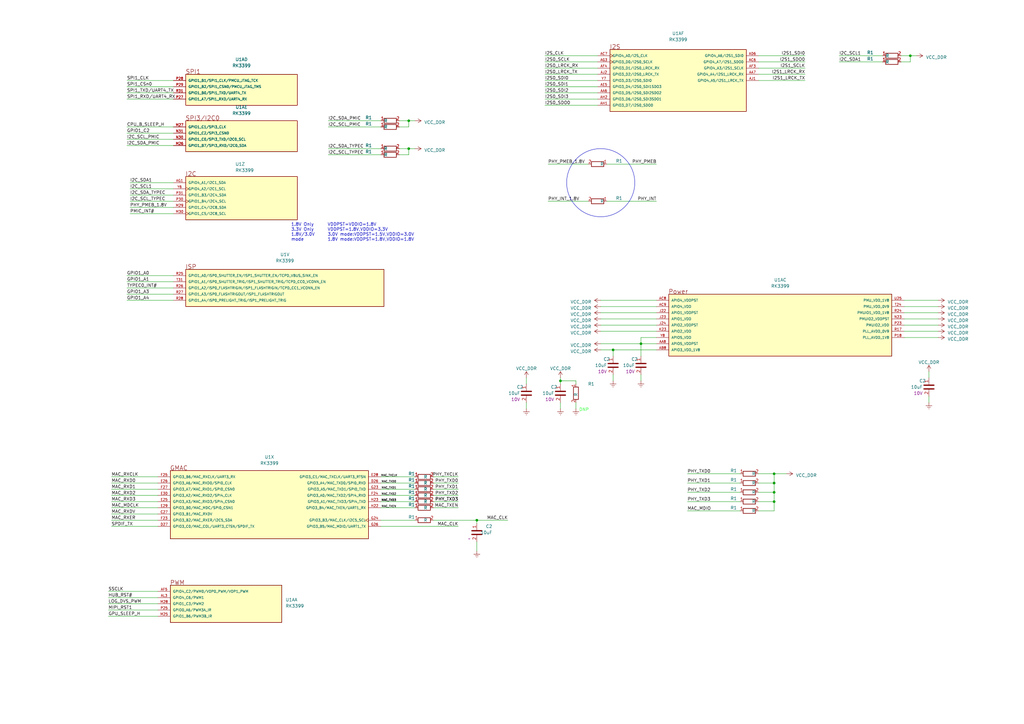
<source format=kicad_sch>
(kicad_sch (version 20220904) (generator eeschema)
  (paper "A3")
  (junction (at 317.5 201.93))
  (junction (at 195.58 213.36))
  (junction (at 251.46 143.51))
  (junction (at 317.5 205.74))
  (junction (at 317.5 198.12))
  (junction (at 167.64 49.53))
  (junction (at 373.38 22.86))
  (junction (at 167.64 60.96))
  (junction (at 262.89 140.97))
  (junction (at 317.5 194.31))
  (junction (at 229.87 156.21))
  (wire (pts (xy 248.92 67.31) (xy 269.24 67.31)))
  (wire (pts (xy 311.15 194.31) (xy 317.5 194.31)))
  (wire (pts (xy 44.45 252.73) (xy 64.77 252.73)))
  (wire (pts (xy 53.34 77.47) (xy 71.12 77.47)))
  (wire (pts (xy 246.38 133.35) (xy 269.24 133.35)))
  (wire (pts (xy 236.22 156.21) (xy 229.87 156.21)))
  (wire (pts (xy 384.81 130.81) (xy 370.84 130.81)))
  (wire (pts (xy 177.8 195.58) (xy 187.96 195.58)))
  (wire (pts (xy 167.64 63.5) (xy 167.64 60.96)))
  (wire (pts (xy 322.58 194.31) (xy 317.5 194.31)))
  (wire (pts (xy 375.92 22.86) (xy 373.38 22.86)))
  (wire (pts (xy 281.94 194.31) (xy 303.53 194.31)))
  (wire (pts (xy 229.87 154.94) (xy 229.87 156.21)))
  (wire (pts (xy 167.64 49.53) (xy 167.64 52.07)))
  (wire (pts (xy 330.2 30.48) (xy 311.15 30.48)))
  (wire (pts (xy 384.81 138.43) (xy 370.84 138.43)))
  (wire (pts (xy 330.2 27.94) (xy 311.15 27.94)))
  (wire (pts (xy 384.81 123.19) (xy 370.84 123.19)))
  (wire (pts (xy 223.52 40.64) (xy 245.11 40.64)))
  (wire (pts (xy 381 165.1) (xy 381 162.56)))
  (wire (pts (xy 262.89 140.97) (xy 262.89 146.05)))
  (wire (pts (xy 45.72 213.36) (xy 64.77 213.36)))
  (wire (pts (xy 52.07 52.07) (xy 71.12 52.07)))
  (wire (pts (xy 236.22 156.21) (xy 236.22 157.48)))
  (wire (pts (xy 52.07 33.02) (xy 71.12 33.02)))
  (wire (pts (xy 44.45 247.65) (xy 64.77 247.65)))
  (wire (pts (xy 224.79 67.31) (xy 241.3 67.31)))
  (wire (pts (xy 170.18 203.2) (xy 156.21 203.2)))
  (wire (pts (xy 223.52 27.94) (xy 245.11 27.94)))
  (wire (pts (xy 53.34 87.63) (xy 71.12 87.63)))
  (wire (pts (xy 44.45 245.11) (xy 64.77 245.11)))
  (wire (pts (xy 53.34 80.01) (xy 71.12 80.01)))
  (wire (pts (xy 156.21 208.28) (xy 170.18 208.28)))
  (wire (pts (xy 317.5 205.74) (xy 317.5 209.55)))
  (wire (pts (xy 246.38 128.27) (xy 269.24 128.27)))
  (wire (pts (xy 215.9 154.94) (xy 215.9 157.48)))
  (wire (pts (xy 317.5 205.74) (xy 311.15 205.74)))
  (wire (pts (xy 344.17 25.4) (xy 361.95 25.4)))
  (wire (pts (xy 177.8 208.28) (xy 187.96 208.28)))
  (wire (pts (xy 373.38 22.86) (xy 369.57 22.86)))
  (wire (pts (xy 156.21 200.66) (xy 170.18 200.66)))
  (wire (pts (xy 156.21 205.74) (xy 170.18 205.74)))
  (wire (pts (xy 163.83 60.96) (xy 167.64 60.96)))
  (wire (pts (xy 45.72 203.2) (xy 64.77 203.2)))
  (wire (pts (xy 52.07 120.65) (xy 71.12 120.65)))
  (wire (pts (xy 384.81 135.89) (xy 370.84 135.89)))
  (wire (pts (xy 44.45 242.57) (xy 64.77 242.57)))
  (wire (pts (xy 317.5 201.93) (xy 317.5 205.74)))
  (wire (pts (xy 44.45 250.19) (xy 64.77 250.19)))
  (wire (pts (xy 223.52 38.1) (xy 245.11 38.1)))
  (wire (pts (xy 246.38 135.89) (xy 269.24 135.89)))
  (wire (pts (xy 229.87 167.64) (xy 229.87 165.1)))
  (wire (pts (xy 52.07 40.64) (xy 71.12 40.64)))
  (wire (pts (xy 281.94 209.55) (xy 303.53 209.55)))
  (wire (pts (xy 156.21 213.36) (xy 170.18 213.36)))
  (wire (pts (xy 45.72 210.82) (xy 64.77 210.82)))
  (wire (pts (xy 52.07 113.03) (xy 71.12 113.03)))
  (wire (pts (xy 229.87 156.21) (xy 229.87 157.48)))
  (wire (pts (xy 262.89 140.97) (xy 269.24 140.97)))
  (wire (pts (xy 195.58 213.36) (xy 195.58 214.63)))
  (wire (pts (xy 187.96 215.9) (xy 156.21 215.9)))
  (wire (pts (xy 45.72 215.9) (xy 64.77 215.9)))
  (wire (pts (xy 248.92 82.55) (xy 269.24 82.55)))
  (wire (pts (xy 53.34 74.93) (xy 71.12 74.93)))
  (wire (pts (xy 195.58 213.36) (xy 208.28 213.36)))
  (wire (pts (xy 177.8 213.36) (xy 195.58 213.36)))
  (wire (pts (xy 52.07 38.1) (xy 71.12 38.1)))
  (wire (pts (xy 223.52 35.56) (xy 245.11 35.56)))
  (wire (pts (xy 317.5 198.12) (xy 317.5 201.93)))
  (wire (pts (xy 195.58 226.06) (xy 195.58 222.25)))
  (wire (pts (xy 45.72 208.28) (xy 64.77 208.28)))
  (wire (pts (xy 52.07 115.57) (xy 71.12 115.57)))
  (wire (pts (xy 384.81 133.35) (xy 370.84 133.35)))
  (wire (pts (xy 52.07 54.61) (xy 71.12 54.61)))
  (wire (pts (xy 317.5 209.55) (xy 311.15 209.55)))
  (wire (pts (xy 224.79 82.55) (xy 241.3 82.55)))
  (wire (pts (xy 167.64 49.53) (xy 163.83 49.53)))
  (wire (pts (xy 330.2 25.4) (xy 311.15 25.4)))
  (wire (pts (xy 251.46 143.51) (xy 251.46 146.05)))
  (wire (pts (xy 156.21 198.12) (xy 170.18 198.12)))
  (wire (pts (xy 269.24 138.43) (xy 262.89 138.43)))
  (wire (pts (xy 381 152.4) (xy 381 154.94)))
  (wire (pts (xy 262.89 138.43) (xy 262.89 140.97)))
  (wire (pts (xy 223.52 33.02) (xy 245.11 33.02)))
  (wire (pts (xy 167.64 60.96) (xy 170.18 60.96)))
  (wire (pts (xy 45.72 205.74) (xy 64.77 205.74)))
  (wire (pts (xy 163.83 63.5) (xy 167.64 63.5)))
  (wire (pts (xy 246.38 125.73) (xy 269.24 125.73)))
  (wire (pts (xy 384.81 128.27) (xy 370.84 128.27)))
  (wire (pts (xy 53.34 85.09) (xy 71.12 85.09)))
  (wire (pts (xy 373.38 25.4) (xy 369.57 25.4)))
  (wire (pts (xy 251.46 153.67) (xy 251.46 156.21)))
  (wire (pts (xy 134.62 60.96) (xy 156.21 60.96)))
  (wire (pts (xy 134.62 63.5) (xy 156.21 63.5)))
  (wire (pts (xy 246.38 143.51) (xy 251.46 143.51)))
  (wire (pts (xy 52.07 59.69) (xy 71.12 59.69)))
  (wire (pts (xy 187.96 203.2) (xy 177.8 203.2)))
  (wire (pts (xy 223.52 30.48) (xy 245.11 30.48)))
  (wire (pts (xy 344.17 22.86) (xy 361.95 22.86)))
  (wire (pts (xy 52.07 35.56) (xy 71.12 35.56)))
  (wire (pts (xy 223.52 43.18) (xy 245.11 43.18)))
  (wire (pts (xy 156.21 49.53) (xy 134.62 49.53)))
  (wire (pts (xy 236.22 167.64) (xy 236.22 165.1)))
  (wire (pts (xy 167.64 52.07) (xy 163.83 52.07)))
  (wire (pts (xy 170.18 49.53) (xy 167.64 49.53)))
  (wire (pts (xy 330.2 22.86) (xy 311.15 22.86)))
  (wire (pts (xy 223.52 22.86) (xy 245.11 22.86)))
  (wire (pts (xy 251.46 143.51) (xy 269.24 143.51)))
  (wire (pts (xy 384.81 125.73) (xy 370.84 125.73)))
  (wire (pts (xy 177.8 200.66) (xy 187.96 200.66)))
  (wire (pts (xy 52.07 118.11) (xy 71.12 118.11)))
  (wire (pts (xy 45.72 195.58) (xy 64.77 195.58)))
  (wire (pts (xy 52.07 57.15) (xy 71.12 57.15)))
  (wire (pts (xy 281.94 205.74) (xy 303.53 205.74)))
  (wire (pts (xy 45.72 198.12) (xy 64.77 198.12)))
  (wire (pts (xy 317.5 201.93) (xy 311.15 201.93)))
  (wire (pts (xy 246.38 123.19) (xy 269.24 123.19)))
  (wire (pts (xy 317.5 198.12) (xy 311.15 198.12)))
  (wire (pts (xy 246.38 140.97) (xy 262.89 140.97)))
  (wire (pts (xy 317.5 194.31) (xy 317.5 198.12)))
  (wire (pts (xy 177.8 198.12) (xy 187.96 198.12)))
  (wire (pts (xy 45.72 200.66) (xy 64.77 200.66)))
  (wire (pts (xy 53.34 82.55) (xy 71.12 82.55)))
  (wire (pts (xy 177.8 205.74) (xy 187.96 205.74)))
  (wire (pts (xy 215.9 167.64) (xy 215.9 165.1)))
  (wire (pts (xy 281.94 198.12) (xy 303.53 198.12)))
  (wire (pts (xy 223.52 25.4) (xy 245.11 25.4)))
  (wire (pts (xy 246.38 130.81) (xy 269.24 130.81)))
  (wire (pts (xy 52.07 123.19) (xy 71.12 123.19)))
  (wire (pts (xy 330.2 33.02) (xy 311.15 33.02)))
  (wire (pts (xy 281.94 201.93) (xy 303.53 201.93)))
  (wire (pts (xy 156.21 52.07) (xy 134.62 52.07)))
  (wire (pts (xy 156.21 195.58) (xy 170.18 195.58)))
  (wire (pts (xy 262.89 156.21) (xy 262.89 153.67)))
  (wire (pts (xy 373.38 22.86) (xy 373.38 25.4)))
  (circle (center 246.38 74.93) (radius 13.97))
  (text "1.8V Only	VDDPST=VDDIO=1.8V\n3.3V Only	VDDPST=1.8V,VDDIO=3.3V\n1.8V/3.0V	3.0V mode:VDDPST=1.5V,VDDIO=3.0V\nmode		1.8V mode:VDDPST=1.8V,VDDIO=1.8V	\n" (at 119.38 99.06 0) (effects (font (size 1.27 1.27)) (justify left bottom)))
  (text "DNP" (at 237.49 168.91 0) (effects (font (size 1.27 1.27)) (justify left bottom)))
  (label "MAC_TXD0" (at 162.56 198.12 180) (effects (font (size 0.8 0.8))))
  (label "PMIC_INT#" (at 53.34 87.63 0))
  (label "I2S1_SDI0" (at 330.2 22.86 180))
  (label "LOG_DVS_PWM" (at 44.45 247.65 0))
  (label "MAC_RXCLK" (at 45.72 195.58 0))
  (label "GPIO1_C2" (at 52.07 54.61 0))
  (label "MAC_RXD2" (at 45.72 203.2 0))
  (label "MAC_RXD0" (at 45.72 198.12 0))
  (label "PHY_PMEB_1.8V" (at 224.79 67.31 0))
  (label "GPIO1_A1" (at 52.07 115.57 0))
  (label "GPIO1_A0" (at 52.07 113.03 0))
  (label "MAC_MDCLK" (at 45.72 208.28 0))
  (label "MAC_MDIO" (at 281.94 209.55 0))
  (label "MAC_RXD1" (at 45.72 200.66 0))
  (label "PHY_PMEB_1.8V" (at 53.34 85.09 0))
  (label "I2S1_LRCK_RX" (at 330.2 30.48 180))
  (label "I2S0_SDI0" (at 223.52 33.02 0))
  (label "PHY_TXD3" (at 187.96 205.74 180))
  (label "I2C_SCL1" (at 344.17 22.86 0))
  (label "I2C_SDA1" (at 344.17 25.4 0))
  (label "I2S1_LRCK_TX" (at 330.2 33.02 180))
  (label "SPI1_CLK" (at 52.07 33.02 0))
  (label "PHY_TXD1" (at 187.96 200.66 180))
  (label "PHY_TXCLK" (at 187.96 195.58 180))
  (label "I2C_SCL_PMIC" (at 52.07 57.15 0))
  (label "PHY_TXD0" (at 187.96 198.12 180))
  (label "SPI1_TXD{slash}UART4_TX" (at 52.07 38.1 0))
  (label "MAC_TXD3" (at 162.56 205.74 180) (effects (font (size 0.8 0.8))))
  (label "I2C_SDA1" (at 53.34 74.93 0))
  (label "GPU_SLEEP_H" (at 44.45 252.73 0))
  (label "I2C_SCL1" (at 53.34 77.47 0))
  (label "I2S1_SCLK" (at 330.2 27.94 180))
  (label "MAC_RXD3" (at 45.72 205.74 0))
  (label "MAC_TXEN" (at 162.56 208.28 180) (effects (font (size 0.8 0.8))))
  (label "I2S0_SDI3" (at 223.52 40.64 0))
  (label "SSCLK" (at 44.45 242.57 0))
  (label "PHY_TXD2" (at 281.94 201.93 0))
  (label "SPDIF_TX" (at 45.72 215.9 0))
  (label "I2C_SDA_PMIC" (at 134.62 49.53 0))
  (label "PHY_INT_1.8V" (at 224.79 82.55 0))
  (label "MAC_TXD2" (at 162.56 203.2 180) (effects (font (size 0.8 0.8))))
  (label "I2S1_SDO0" (at 330.2 25.4 180))
  (label "I2S_CLK" (at 223.52 22.86 0))
  (label "GPIO1_A4" (at 52.07 123.19 0))
  (label "PHY_INT" (at 269.24 82.55 180))
  (label "I2S0_LRCK_TX" (at 223.52 30.48 0))
  (label "HUB_RST#" (at 44.45 245.11 0))
  (label "SPI1_CSn0" (at 52.07 35.56 0))
  (label "I2C_SDA_TYPEC" (at 134.62 60.96 0))
  (label "PHY_PMEB" (at 269.24 67.31 180))
  (label "I2C_SDA_TYPEC" (at 53.34 80.01 0))
  (label "I2C_SCL_TYPEC" (at 134.62 63.5 0))
  (label "I2S0_SDO0" (at 223.52 43.18 0))
  (label "I2C_SDA_PMIC" (at 52.07 59.69 0))
  (label "PHY_TXD3" (at 187.96 205.74 180))
  (label "TYPEC0_INT#" (at 52.07 118.11 0))
  (label "MAC_CLK" (at 187.96 215.9 180))
  (label "I2C_SCL_TYPEC" (at 53.34 82.55 0))
  (label "CPU_B_SLEEP_H" (at 52.07 52.07 0))
  (label "PHY_TXD3" (at 281.94 205.74 0))
  (label "MAC_TXD1" (at 162.56 200.66 180) (effects (font (size 0.8 0.8))))
  (label "MAC_TXEN" (at 187.96 208.28 180))
  (label "I2S0_SCLK" (at 223.52 25.4 0))
  (label "I2S0_SDI1" (at 223.52 35.56 0))
  (label "MAC_TXCLK" (at 156.21 195.58 0) (effects (font (size 0.8 0.8))))
  (label "MIPI_RST1" (at 44.45 250.19 0))
  (label "I2C_SCL_PMIC" (at 134.62 52.07 0))
  (label "SPI1_RXD{slash}UART4_RX" (at 52.07 40.64 0))
  (label "PHY_TXD1" (at 281.94 198.12 0))
  (label "I2S0_SDI2" (at 223.52 38.1 0))
  (label "GPIO1_A3" (at 52.07 120.65 0))
  (label "MAC_TXD3" (at 162.56 205.74 180) (effects (font (size 0.8 0.8))))
  (label "PHY_TXD2" (at 187.96 203.2 180))
  (label "I2S0_LRCK_RX" (at 223.52 27.94 0))
  (label "MAC_RXER" (at 45.72 213.36 0))
  (label "MAC_CLK" (at 208.28 213.36 180))
  (label "MAC_RXDV" (at 45.72 210.82 0))
  (label "PHY_TXD0" (at 281.94 194.31 0))
  (symbol (lib_id "Device:R") (at 307.34 209.55 90) (unit 1)
    (default_instance (reference "R1") (unit 1) (value "R") (footprint ""))
    (property "Reference" "R1" (at 302.26 208.28 90) (effects (justify left)))
    (property "Value" "R" (at 309.88 209.55 90) (effects (justify left)))
  )
  (symbol (lib_name "R_3") (lib_id "Device:R") (at 365.76 25.4 90) (unit 1)
    (default_instance (reference "R1") (unit 1) (value "R") (footprint ""))
    (property "Reference" "R1" (at 355.6 24.13 90) (effects (justify right)))
    (property "Value" "R" (at 363.22 25.4 90) (effects (justify right)))
  )
  (symbol (lib_name "R_3") (lib_id "Device:R") (at 160.02 52.07 90) (unit 1)
    (default_instance (reference "R1") (unit 1) (value "R") (footprint ""))
    (property "Reference" "R1" (at 149.86 50.8 90) (effects (justify right)))
    (property "Value" "R" (at 157.48 52.07 90) (effects (justify right)))
  )
  (symbol (lib_name "R_2") (lib_id "Device:R") (at 173.99 205.74 90) (unit 1)
    (default_instance (reference "R1") (unit 1) (value "R") (footprint ""))
    (property "Reference" "R1" (at 170.18 204.47 90) (effects (justify left)))
    (property "Value" "R" (at 175.26 205.74 90) (effects (justify left)))
  )
  (symbol (lib_name "C_7") (lib_id "Device:C") (at 251.46 149.86 0) (mirror y) (unit 1)
    (default_instance (reference "C2") (unit 1) (value "10uF") (footprint "Capacitor_SMD:C_0402_1005Metric_Pad0.74x0.62mm_HandSolder"))
    (property "Reference" "C2" (at 250.19 147.32 0) (effects (justify left)))
    (property "Value" "10uF" (at 248.92 149.86 0) (effects (justify left)))
    (property "Footprint" "Capacitor_SMD:C_0402_1005Metric_Pad0.74x0.62mm_HandSolder" (effects hide))
    (property "Vpr" "10V" (at 248.92 152.4 0) (effects (justify left)))
  )
  (symbol (lib_name "R_2") (lib_id "Device:R") (at 173.99 195.58 90) (unit 1)
    (default_instance (reference "R1") (unit 1) (value "R") (footprint ""))
    (property "Reference" "R1" (at 170.18 194.31 90) (effects (justify left)))
    (property "Value" "R" (at 175.26 195.58 90) (effects (justify left)))
  )
  (symbol (lib_id "Device:R") (at 307.34 205.74 90) (unit 1)
    (default_instance (reference "R1") (unit 1) (value "R") (footprint ""))
    (property "Reference" "R1" (at 302.26 204.47 90) (effects (justify left)))
    (property "Value" "R" (at 309.88 205.74 90) (effects (justify left)))
  )
  (symbol (lib_name "R_2") (lib_id "Device:R") (at 160.02 49.53 90) (unit 1)
    (default_instance (reference "R1") (unit 1) (value "R") (footprint ""))
    (property "Reference" "R1" (at 149.86 48.26 90) (effects (justify right)))
    (property "Value" "R" (at 157.48 49.53 90) (effects (justify right)))
  )
  (symbol (lib_id "power_RK3399:VCC3V3_LAN") (at 322.58 194.31 270) (unit 1)
    (default_instance (reference "#PWR?") (unit 1) (value "VCC3V3_LAN") (footprint ""))
    (property "Reference" "#PWR?" (effects hide))
    (property "Value" "VCC3V3_LAN" (at 326.39 194.945 90) (effects (justify left)))
  )
  (symbol (lib_name "C_7") (lib_id "Device:C") (at 215.9 161.29 0) (mirror y) (unit 1)
    (default_instance (reference "C2") (unit 1) (value "10uF") (footprint "Capacitor_SMD:C_0402_1005Metric_Pad0.74x0.62mm_HandSolder"))
    (property "Reference" "C2" (at 214.63 158.75 0) (effects (justify left)))
    (property "Value" "10uF" (at 213.36 161.29 0) (effects (justify left)))
    (property "Footprint" "Capacitor_SMD:C_0402_1005Metric_Pad0.74x0.62mm_HandSolder" (effects hide))
    (property "Vpr" "10V" (at 213.36 163.83 0) (effects (justify left)))
  )
  (symbol (lib_id "power_RK3399:VCC_1V8") (at 375.92 22.86 270) (mirror x) (unit 1)
    (default_instance (reference "#PWR?") (unit 1) (value "VCC_1V8") (footprint ""))
    (property "Reference" "#PWR?" (effects hide))
    (property "Value" "VCC_1V8" (at 379.73 23.495 90) (effects (justify left)))
  )
  (symbol (lib_name "R_2") (lib_id "Device:R") (at 365.76 22.86 90) (unit 1)
    (default_instance (reference "R1") (unit 1) (value "R") (footprint ""))
    (property "Reference" "R1" (at 355.6 21.59 90) (effects (justify right)))
    (property "Value" "R" (at 363.22 22.86 90) (effects (justify right)))
  )
  (symbol (lib_name "R_2") (lib_id "Device:R") (at 173.99 200.66 90) (unit 1)
    (default_instance (reference "R1") (unit 1) (value "R") (footprint ""))
    (property "Reference" "R1" (at 170.18 199.39 90) (effects (justify left)))
    (property "Value" "R" (at 175.26 200.66 90) (effects (justify left)))
  )
  (symbol (lib_id "power:Earth") (at 215.9 167.64 0) (unit 1)
    (default_instance (reference "#PWR?") (unit 1) (value "Earth") (footprint ""))
    (property "Reference" "#PWR?" (effects hide))
    (property "Value" "Earth" (effects hide))
  )
  (symbol (lib_name "R_2") (lib_id "Device:R") (at 236.22 161.29 0) (mirror y) (unit 1)
    (default_instance (reference "R1") (unit 1) (value "R") (footprint ""))
    (property "Reference" "R1" (at 243.84 157.48 0) (effects (justify left)))
    (property "Value" "R" (at 236.22 162.56 90) (effects (justify left)))
  )
  (symbol (lib_id "RK3399:RK3399") (at 99.06 80.01 0) (unit 26)
    (default_instance (reference "U1") (unit 26) (value "RK3399") (footprint "BGA828C65P31X31_2100X2100X161N"))
    (property "Reference" "U1" (at 96.52 67.31 0) (effects (justify left)))
    (property "Value" "RK3399" (at 96.52 69.85 0) (effects (justify left)))
    (property "Footprint" "BGA828C65P31X31_2100X2100X161N" (effects hide))
    (property "Price" "None" (effects hide))
    (property "MP" "RK3399" (effects hide))
    (property "Description" "RK3399 ROCK Pi 4 Model A 2GB - ARM® Cortex®-A53, Cortex®-A72 MPU Embedded Evaluation Board" (effects hide))
    (property "Availability" "Not in stock" (effects hide))
    (property "Package" "Seeed Technology" (effects hide))
    (property "MF" "Rockchip" (effects hide))
  )
  (symbol (lib_id "power_RK3399:VCCA_0V9") (at 384.81 125.73 270) (unit 1)
    (default_instance (reference "#PWR?") (unit 1) (value "VCCA_0V9") (footprint ""))
    (property "Reference" "#PWR?" (effects hide))
    (property "Value" "VCCA_0V9" (at 388.62 126.365 90) (effects (justify left)))
  )
  (symbol (lib_id "Device:R") (at 307.34 198.12 90) (unit 1)
    (default_instance (reference "R1") (unit 1) (value "R") (footprint ""))
    (property "Reference" "R1" (at 302.26 196.85 90) (effects (justify left)))
    (property "Value" "R" (at 309.88 198.12 90) (effects (justify left)))
  )
  (symbol (lib_name "R_2") (lib_id "Device:R") (at 245.11 82.55 270) (mirror x) (unit 1)
    (default_instance (reference "R1") (unit 1) (value "R") (footprint ""))
    (property "Reference" "R1" (at 255.27 81.28 90) (effects (justify right)))
    (property "Value" "R" (at 247.65 82.55 90) (effects (justify right)))
  )
  (symbol (lib_id "power_RK3399:VCC_1V5") (at 246.38 123.19 90) (unit 1)
    (default_instance (reference "#PWR?") (unit 1) (value "VCC_1V5") (footprint ""))
    (property "Reference" "#PWR?" (effects hide))
    (property "Value" "VCC_1V5" (at 242.57 123.825 90) (effects (justify left)))
  )
  (symbol (lib_id "power_RK3399:VCC_1V8") (at 246.38 128.27 90) (unit 1)
    (default_instance (reference "#PWR?") (unit 1) (value "VCC_1V8") (footprint ""))
    (property "Reference" "#PWR?" (effects hide))
    (property "Value" "VCC_1V8" (at 242.57 128.905 90) (effects (justify left)))
  )
  (symbol (lib_id "power_RK3399:VCC3V3_LAN") (at 246.38 130.81 90) (unit 1)
    (default_instance (reference "#PWR?") (unit 1) (value "VCC3V3_LAN") (footprint ""))
    (property "Reference" "#PWR?" (effects hide))
    (property "Value" "VCC3V3_LAN" (at 242.57 131.445 90) (effects (justify left)))
  )
  (symbol (lib_id "power_RK3399:VCCA_1V8") (at 384.81 128.27 270) (unit 1)
    (default_instance (reference "#PWR?") (unit 1) (value "VCCA_1V8") (footprint ""))
    (property "Reference" "#PWR?" (effects hide))
    (property "Value" "VCCA_1V8" (at 388.62 128.905 90) (effects (justify left)))
  )
  (symbol (lib_name "C_7") (lib_id "Device:C") (at 262.89 149.86 0) (mirror y) (unit 1)
    (default_instance (reference "C2") (unit 1) (value "10uF") (footprint "Capacitor_SMD:C_0402_1005Metric_Pad0.74x0.62mm_HandSolder"))
    (property "Reference" "C2" (at 261.62 147.32 0) (effects (justify left)))
    (property "Value" "10uF" (at 260.35 149.86 0) (effects (justify left)))
    (property "Footprint" "Capacitor_SMD:C_0402_1005Metric_Pad0.74x0.62mm_HandSolder" (effects hide))
    (property "Vpr" "10V" (at 260.35 152.4 0) (effects (justify left)))
  )
  (symbol (lib_name "R_2") (lib_id "Device:R") (at 173.99 213.36 90) (unit 1)
    (default_instance (reference "R1") (unit 1) (value "R") (footprint ""))
    (property "Reference" "R1" (at 170.18 212.09 90) (effects (justify left)))
    (property "Value" "R" (at 175.26 213.36 90) (effects (justify left)))
  )
  (symbol (lib_name "C_7") (lib_id "Device:C") (at 195.58 218.44 0) (mirror y) (unit 1)
    (default_instance (reference "C2") (unit 1) (value "10uF") (footprint "Capacitor_SMD:C_0402_1005Metric_Pad0.74x0.62mm_HandSolder"))
    (property "Reference" "C2" (at 201.93 215.9 0) (effects (justify left)))
    (property "Value" "10uF" (at 201.93 218.44 0) (effects (justify left)))
    (property "Footprint" "Capacitor_SMD:C_0402_1005Metric_Pad0.74x0.62mm_HandSolder" (effects hide))
    (property "Vpr" "~" (at 193.04 220.98 0) (effects (justify left)))
  )
  (symbol (lib_id "power_RK3399:VCC_3V0") (at 381 152.4 0) (unit 1)
    (default_instance (reference "#PWR?") (unit 1) (value "VCC_3V0") (footprint ""))
    (property "Reference" "#PWR?" (effects hide))
    (property "Value" "VCC_3V0" (at 381 148.59 0))
  )
  (symbol (lib_id "power_RK3399:VCC_3V0") (at 170.18 49.53 270) (mirror x) (unit 1)
    (default_instance (reference "#PWR?") (unit 1) (value "VCC_3V0") (footprint ""))
    (property "Reference" "#PWR?" (effects hide))
    (property "Value" "VCC_3V0" (at 173.99 50.165 90) (effects (justify left)))
  )
  (symbol (lib_id "power_RK3399:VCCA_1V8") (at 384.81 138.43 270) (unit 1)
    (default_instance (reference "#PWR?") (unit 1) (value "VCCA_1V8") (footprint ""))
    (property "Reference" "#PWR?" (effects hide))
    (property "Value" "VCCA_1V8" (at 388.62 139.065 90) (effects (justify left)))
  )
  (symbol (lib_id "power_RK3399:VCC_3V0") (at 170.18 60.96 270) (mirror x) (unit 1)
    (default_instance (reference "#PWR?") (unit 1) (value "VCC_3V0") (footprint ""))
    (property "Reference" "#PWR?" (effects hide))
    (property "Value" "VCC_3V0" (at 173.99 61.595 90) (effects (justify left)))
  )
  (symbol (lib_id "power:Earth") (at 195.58 226.06 0) (unit 1)
    (default_instance (reference "#PWR?") (unit 1) (value "Earth") (footprint ""))
    (property "Reference" "#PWR?" (effects hide))
    (property "Value" "Earth" (effects hide))
  )
  (symbol (lib_id "power_RK3399:VCCA_0V9") (at 384.81 135.89 270) (unit 1)
    (default_instance (reference "#PWR?") (unit 1) (value "VCCA_0V9") (footprint ""))
    (property "Reference" "#PWR?" (effects hide))
    (property "Value" "VCCA_0V9" (at 388.62 136.525 90) (effects (justify left)))
  )
  (symbol (lib_name "R_3") (lib_id "Device:R") (at 160.02 60.96 90) (unit 1)
    (default_instance (reference "R1") (unit 1) (value "R") (footprint ""))
    (property "Reference" "R1" (at 149.86 59.69 90) (effects (justify right)))
    (property "Value" "R" (at 157.48 60.96 90) (effects (justify right)))
  )
  (symbol (lib_id "power_RK3399:VCC_1V8") (at 229.87 154.94 0) (unit 1)
    (default_instance (reference "#PWR?") (unit 1) (value "VCC_1V8") (footprint ""))
    (property "Reference" "#PWR?" (effects hide))
    (property "Value" "VCC_1V8" (at 229.87 151.13 0))
  )
  (symbol (lib_id "power_RK3399:VCC1V8_DVP") (at 246.38 133.35 90) (unit 1)
    (default_instance (reference "#PWR?") (unit 1) (value "VCC1V8_DVP") (footprint ""))
    (property "Reference" "#PWR?" (effects hide))
    (property "Value" "VCC1V8_DVP" (at 242.57 133.985 90) (effects (justify left)))
  )
  (symbol (lib_id "power:Earth") (at 229.87 167.64 0) (unit 1)
    (default_instance (reference "#PWR?") (unit 1) (value "Earth") (footprint ""))
    (property "Reference" "#PWR?" (effects hide))
    (property "Value" "Earth" (effects hide))
  )
  (symbol (lib_id "power_RK3399:VCC1V8_DVP") (at 246.38 135.89 90) (unit 1)
    (default_instance (reference "#PWR?") (unit 1) (value "VCC1V8_DVP") (footprint ""))
    (property "Reference" "#PWR?" (effects hide))
    (property "Value" "VCC1V8_DVP" (at 242.57 136.525 90) (effects (justify left)))
  )
  (symbol (lib_id "RK3399:RK3399") (at 278.13 33.02 0) (unit 32)
    (default_instance (reference "U1") (unit 32) (value "RK3399") (footprint "BGA828C65P31X31_2100X2100X161N"))
    (property "Reference" "U1" (at 278.13 13.716 0))
    (property "Value" "RK3399" (at 278.13 16.256 0))
    (property "Footprint" "BGA828C65P31X31_2100X2100X161N" (effects hide))
    (property "Price" "None" (effects hide))
    (property "MP" "RK3399" (effects hide))
    (property "Description" "RK3399 ROCK Pi 4 Model A 2GB - ARM® Cortex®-A53, Cortex®-A72 MPU Embedded Evaluation Board" (effects hide))
    (property "Availability" "Not in stock" (effects hide))
    (property "Package" "Seeed Technology" (effects hide))
    (property "MF" "Rockchip" (effects hide))
  )
  (symbol (lib_name "C_7") (lib_id "Device:C") (at 381 158.75 0) (mirror y) (unit 1)
    (default_instance (reference "C2") (unit 1) (value "10uF") (footprint "Capacitor_SMD:C_0402_1005Metric_Pad0.74x0.62mm_HandSolder"))
    (property "Reference" "C2" (at 379.73 156.21 0) (effects (justify left)))
    (property "Value" "10uF" (at 378.46 158.75 0) (effects (justify left)))
    (property "Footprint" "Capacitor_SMD:C_0402_1005Metric_Pad0.74x0.62mm_HandSolder" (effects hide))
    (property "Vpr" "10V" (at 378.46 161.29 0) (effects (justify left)))
  )
  (symbol (lib_id "power_RK3399:VCCA_1V8") (at 384.81 123.19 270) (unit 1)
    (default_instance (reference "#PWR?") (unit 1) (value "VCCA_1V8") (footprint ""))
    (property "Reference" "#PWR?" (effects hide))
    (property "Value" "VCCA_1V8" (at 388.62 123.825 90) (effects (justify left)))
  )
  (symbol (lib_id "power:Earth") (at 262.89 156.21 0) (unit 1)
    (default_instance (reference "#PWR?") (unit 1) (value "Earth") (footprint ""))
    (property "Reference" "#PWR?" (effects hide))
    (property "Value" "Earth" (effects hide))
  )
  (symbol (lib_id "power:Earth") (at 251.46 156.21 0) (unit 1)
    (default_instance (reference "#PWR?") (unit 1) (value "Earth") (footprint ""))
    (property "Reference" "#PWR?" (effects hide))
    (property "Value" "Earth" (effects hide))
  )
  (symbol (lib_id "RK3399:RK3399") (at 320.04 133.35 0) (unit 29)
    (default_instance (reference "U1") (unit 29) (value "RK3399") (footprint "BGA828C65P31X31_2100X2100X161N"))
    (property "Reference" "U1" (at 320.0273 114.808 0))
    (property "Value" "RK3399" (at 320.0273 117.348 0))
    (property "Footprint" "BGA828C65P31X31_2100X2100X161N" (effects hide))
    (property "Price" "None" (effects hide))
    (property "MP" "RK3399" (effects hide))
    (property "Description" "RK3399 ROCK Pi 4 Model A 2GB - ARM® Cortex®-A53, Cortex®-A72 MPU Embedded Evaluation Board" (effects hide))
    (property "Availability" "Not in stock" (effects hide))
    (property "Package" "Seeed Technology" (effects hide))
    (property "MF" "Rockchip" (effects hide))
  )
  (symbol (lib_name "R_2") (lib_id "Device:R") (at 173.99 203.2 90) (unit 1)
    (default_instance (reference "R1") (unit 1) (value "R") (footprint ""))
    (property "Reference" "R1" (at 170.18 201.93 90) (effects (justify left)))
    (property "Value" "R" (at 175.26 203.2 90) (effects (justify left)))
  )
  (symbol (lib_id "power_RK3399:VCC_3V0") (at 384.81 133.35 270) (unit 1)
    (default_instance (reference "#PWR?") (unit 1) (value "VCC_3V0") (footprint ""))
    (property "Reference" "#PWR?" (effects hide))
    (property "Value" "VCC_3V0" (at 388.62 133.985 90) (effects (justify left)))
  )
  (symbol (lib_id "Device:R") (at 307.34 201.93 90) (unit 1)
    (default_instance (reference "R1") (unit 1) (value "R") (footprint ""))
    (property "Reference" "R1" (at 302.26 200.66 90) (effects (justify left)))
    (property "Value" "R" (at 309.88 201.93 90) (effects (justify left)))
  )
  (symbol (lib_id "power_RK3399:VCC_1V8") (at 246.38 140.97 90) (unit 1)
    (default_instance (reference "#PWR?") (unit 1) (value "VCC_1V8") (footprint ""))
    (property "Reference" "#PWR?" (effects hide))
    (property "Value" "VCC_1V8" (at 242.57 141.605 90) (effects (justify left)))
  )
  (symbol (lib_id "Device:R") (at 307.34 194.31 90) (unit 1)
    (default_instance (reference "R1") (unit 1) (value "R") (footprint ""))
    (property "Reference" "R1" (at 302.26 193.04 90) (effects (justify left)))
    (property "Value" "R" (at 309.88 194.31 90) (effects (justify left)))
  )
  (symbol (lib_id "RK3399:RK3399") (at 110.49 205.74 0) (unit 24)
    (default_instance (reference "U1") (unit 24) (value "RK3399") (footprint "BGA828C65P31X31_2100X2100X161N"))
    (property "Reference" "U1" (at 110.49 187.452 0))
    (property "Value" "RK3399" (at 110.49 189.992 0))
    (property "Footprint" "BGA828C65P31X31_2100X2100X161N" (effects hide))
    (property "Price" "None" (effects hide))
    (property "MP" "RK3399" (effects hide))
    (property "Description" "RK3399 ROCK Pi 4 Model A 2GB - ARM® Cortex®-A53, Cortex®-A72 MPU Embedded Evaluation Board" (effects hide))
    (property "Availability" "Not in stock" (effects hide))
    (property "Package" "Seeed Technology" (effects hide))
    (property "MF" "Rockchip" (effects hide))
  )
  (symbol (lib_name "C_7") (lib_id "Device:C") (at 229.87 161.29 0) (mirror y) (unit 1)
    (default_instance (reference "C2") (unit 1) (value "10uF") (footprint "Capacitor_SMD:C_0402_1005Metric_Pad0.74x0.62mm_HandSolder"))
    (property "Reference" "C2" (at 228.6 158.75 0) (effects (justify left)))
    (property "Value" "10uF" (at 227.33 161.29 0) (effects (justify left)))
    (property "Footprint" "Capacitor_SMD:C_0402_1005Metric_Pad0.74x0.62mm_HandSolder" (effects hide))
    (property "Vpr" "10V" (at 227.33 163.83 0) (effects (justify left)))
  )
  (symbol (lib_id "power:Earth") (at 381 165.1 0) (unit 1)
    (default_instance (reference "#PWR?") (unit 1) (value "Earth") (footprint ""))
    (property "Reference" "#PWR?" (effects hide))
    (property "Value" "Earth" (effects hide))
  )
  (symbol (lib_id "RK3399:RK3399") (at 99.06 57.15 0) (unit 31)
    (default_instance (reference "U1") (unit 31) (value "RK3399") (footprint "BGA828C65P31X31_2100X2100X161N"))
    (property "Reference" "U1" (at 99.06 43.942 0))
    (property "Value" "RK3399" (at 99.06 46.482 0))
    (property "Footprint" "BGA828C65P31X31_2100X2100X161N" (effects hide))
    (property "Price" "None" (effects hide))
    (property "MP" "RK3399" (effects hide))
    (property "Description" "RK3399 ROCK Pi 4 Model A 2GB - ARM® Cortex®-A53, Cortex®-A72 MPU Embedded Evaluation Board" (effects hide))
    (property "Availability" "Not in stock" (effects hide))
    (property "Package" "Seeed Technology" (effects hide))
    (property "MF" "Rockchip" (effects hide))
  )
  (symbol (lib_id "RK3399:RK3399") (at 116.84 118.11 0) (unit 22)
    (default_instance (reference "U1") (unit 22) (value "RK3399") (footprint "BGA828C65P31X31_2100X2100X161N"))
    (property "Reference" "U1" (at 116.84 104.394 0))
    (property "Value" "RK3399" (at 116.84 106.934 0))
    (property "Footprint" "BGA828C65P31X31_2100X2100X161N" (effects hide))
    (property "Price" "None" (effects hide))
    (property "MP" "RK3399" (effects hide))
    (property "Description" "RK3399 ROCK Pi 4 Model A 2GB - ARM® Cortex®-A53, Cortex®-A72 MPU Embedded Evaluation Board" (effects hide))
    (property "Availability" "Not in stock" (effects hide))
    (property "Package" "Seeed Technology" (effects hide))
    (property "MF" "Rockchip" (effects hide))
  )
  (symbol (lib_id "power_RK3399:VCC_1V8") (at 246.38 143.51 90) (unit 1)
    (default_instance (reference "#PWR?") (unit 1) (value "VCC_1V8") (footprint ""))
    (property "Reference" "#PWR?" (effects hide))
    (property "Value" "VCC_1V8" (at 242.57 144.145 90) (effects (justify left)))
  )
  (symbol (lib_name "R_2") (lib_id "Device:R") (at 173.99 208.28 90) (unit 1)
    (default_instance (reference "R1") (unit 1) (value "R") (footprint ""))
    (property "Reference" "R1" (at 170.18 207.01 90) (effects (justify left)))
    (property "Value" "R" (at 175.26 208.28 90) (effects (justify left)))
  )
  (symbol (lib_id "power_RK3399:VCC_1V5") (at 384.81 130.81 270) (unit 1)
    (default_instance (reference "#PWR?") (unit 1) (value "VCC_1V5") (footprint ""))
    (property "Reference" "#PWR?" (effects hide))
    (property "Value" "VCC_1V5" (at 388.62 131.445 90) (effects (justify left)))
  )
  (symbol (lib_id "RK3399:RK3399") (at 92.71 247.65 0) (unit 27)
    (default_instance (reference "U1") (unit 27) (value "RK3399") (footprint "BGA828C65P31X31_2100X2100X161N"))
    (property "Reference" "U1" (at 117.094 245.9974 0) (effects (justify left)))
    (property "Value" "RK3399" (at 117.094 248.5374 0) (effects (justify left)))
    (property "Footprint" "BGA828C65P31X31_2100X2100X161N" (effects hide))
    (property "Price" "None" (effects hide))
    (property "MP" "RK3399" (effects hide))
    (property "Description" "RK3399 ROCK Pi 4 Model A 2GB - ARM® Cortex®-A53, Cortex®-A72 MPU Embedded Evaluation Board" (effects hide))
    (property "Availability" "Not in stock" (effects hide))
    (property "Package" "Seeed Technology" (effects hide))
    (property "MF" "Rockchip" (effects hide))
  )
  (symbol (lib_name "R_3") (lib_id "Device:R") (at 160.02 63.5 90) (unit 1)
    (default_instance (reference "R1") (unit 1) (value "R") (footprint ""))
    (property "Reference" "R1" (at 149.86 62.23 90) (effects (justify right)))
    (property "Value" "R" (at 157.48 63.5 90) (effects (justify right)))
  )
  (symbol (lib_name "R_2") (lib_id "Device:R") (at 173.99 198.12 90) (unit 1)
    (default_instance (reference "R1") (unit 1) (value "R") (footprint ""))
    (property "Reference" "R1" (at 170.18 196.85 90) (effects (justify left)))
    (property "Value" "R" (at 175.26 198.12 90) (effects (justify left)))
  )
  (symbol (lib_id "power_RK3399:VCC_3V0") (at 246.38 125.73 90) (unit 1)
    (default_instance (reference "#PWR?") (unit 1) (value "VCC_3V0") (footprint ""))
    (property "Reference" "#PWR?" (effects hide))
    (property "Value" "VCC_3V0" (at 242.57 126.365 90) (effects (justify left)))
  )
  (symbol (lib_id "RK3399:RK3399") (at 99.06 38.1 0) (unit 30)
    (default_instance (reference "U1") (unit 30) (value "RK3399") (footprint "BGA828C65P31X31_2100X2100X161N"))
    (property "Reference" "U1" (at 99.06 24.384 0))
    (property "Value" "RK3399" (at 99.06 26.924 0))
    (property "Footprint" "BGA828C65P31X31_2100X2100X161N" (effects hide))
    (property "Price" "None" (effects hide))
    (property "MP" "RK3399" (effects hide))
    (property "Description" "RK3399 ROCK Pi 4 Model A 2GB - ARM® Cortex®-A53, Cortex®-A72 MPU Embedded Evaluation Board" (effects hide))
    (property "Availability" "Not in stock" (effects hide))
    (property "Package" "Seeed Technology" (effects hide))
    (property "MF" "Rockchip" (effects hide))
  )
  (symbol (lib_id "power:Earth") (at 236.22 167.64 0) (unit 1)
    (default_instance (reference "#PWR?") (unit 1) (value "Earth") (footprint ""))
    (property "Reference" "#PWR?" (effects hide))
    (property "Value" "Earth" (effects hide))
  )
  (symbol (lib_id "power_RK3399:VCC3V3_LAN") (at 215.9 154.94 0) (unit 1)
    (default_instance (reference "#PWR?") (unit 1) (value "VCC3V3_LAN") (footprint ""))
    (property "Reference" "#PWR?" (effects hide))
    (property "Value" "VCC3V3_LAN" (at 215.9 151.13 0))
  )
  (symbol (lib_name "R_2") (lib_id "Device:R") (at 245.11 67.31 270) (mirror x) (unit 1)
    (default_instance (reference "R1") (unit 1) (value "R") (footprint ""))
    (property "Reference" "R1" (at 255.27 66.04 90) (effects (justify right)))
    (property "Value" "R" (at 247.65 67.31 90) (effects (justify right)))
  )
)
</source>
